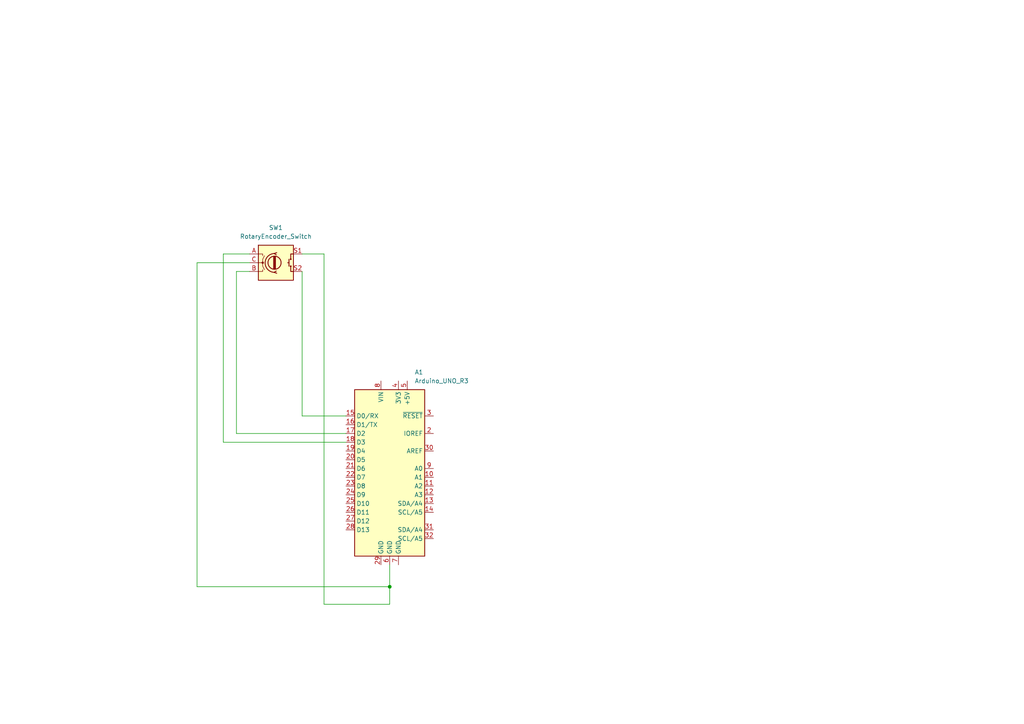
<source format=kicad_sch>
(kicad_sch (version 20250114) (generator "eeschema") (generator_version "9.0")
  (paper "A4")
  (lib_symbols
    (symbol "Device:RotaryEncoder_Switch" (pin_names (offset 0.254) (hide yes))
      (property "Reference" "SW" (at 0 6.604 0))
      (property "Value" "RotaryEncoder_Switch" (at 0 -6.604 0))
      (symbol "RotaryEncoder_Switch_0_1"
        (rectangle (start -5.08 5.08) (end 5.08 -5.08) (stroke (width 0.254)) (fill (type background)))
        (polyline (pts (xy -5.08 2.54) (xy -3.81 2.54) (xy -3.81 2.032)))
        (polyline (pts (xy -5.08 0) (xy -3.81 0) (xy -3.81 -1.016) (xy -3.302 -2.032)))
        (polyline (pts (xy -5.08 -2.54) (xy -3.81 -2.54) (xy -3.81 -2.032)))
        (polyline (pts (xy -4.318 0) (xy -3.81 0) (xy -3.81 1.016) (xy -3.302 2.032)))
        (circle (center -3.81 0) (radius 0.254) (fill (type outline)))
        (polyline (pts (xy -0.635 -1.778) (xy -0.635 1.778)) (stroke (width 0.254)))
        (circle (center -0.381 0) (radius 1.905) (stroke (width 0.254)))
        (polyline (pts (xy -0.381 -1.778) (xy -0.381 1.778)) (stroke (width 0.254)))
        (arc (start -0.381 -2.794) (mid -3.0988 -0.0635) (end -0.381 2.667) (stroke (width 0.254)))
        (polyline (pts (xy -0.127 1.778) (xy -0.127 -1.778)) (stroke (width 0.254)))
        (polyline (pts (xy 0.254 2.921) (xy -0.508 2.667) (xy 0.127 2.286)) (stroke (width 0.254)))
        (polyline (pts (xy 0.254 -3.048) (xy -0.508 -2.794) (xy 0.127 -2.413)) (stroke (width 0.254)))
        (polyline (pts (xy 3.81 1.016) (xy 3.81 -1.016)) (stroke (width 0.254)))
        (polyline (pts (xy 3.81 0) (xy 3.429 0)) (stroke (width 0.254)))
        (circle (center 4.318 1.016) (radius 0.127) (stroke (width 0.254)))
        (circle (center 4.318 -1.016) (radius 0.127) (stroke (width 0.254)))
        (polyline (pts (xy 5.08 2.54) (xy 4.318 2.54) (xy 4.318 1.016)) (stroke (width 0.254)))
        (polyline (pts (xy 5.08 -2.54) (xy 4.318 -2.54) (xy 4.318 -1.016)) (stroke (width 0.254)))
      )
      (symbol "RotaryEncoder_Switch_1_1"
        (pin passive line (at -7.62 2.54 0) (length 2.54) (name "A") (number "A"))
        (pin passive line (at -7.62 0 0) (length 2.54) (name "C") (number "C"))
        (pin passive line (at -7.62 -2.54 0) (length 2.54) (name "B") (number "B"))
        (pin passive line (at 7.62 2.54 180) (length 2.54) (name "S1") (number "S1"))
        (pin passive line (at 7.62 -2.54 180) (length 2.54) (name "S2") (number "S2"))
      )
    )
    (symbol "MCU_Module:Arduino_UNO_R3"
      (property "Reference" "A" (at -10.16 23.495 0))
      (property "Value" "Arduino_UNO_R3" (at 5.08 -26.67 0))
      (symbol "Arduino_UNO_R3_0_1"
        (rectangle (start -10.16 22.86) (end 10.16 -25.4) (stroke (width 0.254)) (fill (type background)))
      )
      (symbol "Arduino_UNO_R3_1_1"
        (pin bidirectional line (at -12.7 15.24 0) (length 2.54) (name "D0/RX") (number "15"))
        (pin bidirectional line (at -12.7 12.7 0) (length 2.54) (name "D1/TX") (number "16"))
        (pin bidirectional line (at -12.7 10.16 0) (length 2.54) (name "D2") (number "17"))
        (pin bidirectional line (at -12.7 7.62 0) (length 2.54) (name "D3") (number "18"))
        (pin bidirectional line (at -12.7 5.08 0) (length 2.54) (name "D4") (number "19"))
        (pin bidirectional line (at -12.7 2.54 0) (length 2.54) (name "D5") (number "20"))
        (pin bidirectional line (at -12.7 0 0) (length 2.54) (name "D6") (number "21"))
        (pin bidirectional line (at -12.7 -2.54 0) (length 2.54) (name "D7") (number "22"))
        (pin bidirectional line (at -12.7 -5.08 0) (length 2.54) (name "D8") (number "23"))
        (pin bidirectional line (at -12.7 -7.62 0) (length 2.54) (name "D9") (number "24"))
        (pin bidirectional line (at -12.7 -10.16 0) (length 2.54) (name "D10") (number "25"))
        (pin bidirectional line (at -12.7 -12.7 0) (length 2.54) (name "D11") (number "26"))
        (pin bidirectional line (at -12.7 -15.24 0) (length 2.54) (name "D12") (number "27"))
        (pin bidirectional line (at -12.7 -17.78 0) (length 2.54) (name "D13") (number "28"))
        (pin no_connect line (at -10.16 -20.32 0) (length 2.54) (hide yes) (name "NC") (number "1"))
        (pin power_in line (at -2.54 25.4 270) (length 2.54) (name "VIN") (number "8"))
        (pin power_in line (at -2.54 -27.94 90) (length 2.54) (name "GND") (number "29"))
        (pin power_in line (at 0 -27.94 90) (length 2.54) (name "GND") (number "6"))
        (pin power_out line (at 2.54 25.4 270) (length 2.54) (name "3V3") (number "4"))
        (pin power_in line (at 2.54 -27.94 90) (length 2.54) (name "GND") (number "7"))
        (pin power_out line (at 5.08 25.4 270) (length 2.54) (name "+5V") (number "5"))
        (pin input line (at 12.7 15.24 180) (length 2.54) (name "~{RESET}") (number "3"))
        (pin output line (at 12.7 10.16 180) (length 2.54) (name "IOREF") (number "2"))
        (pin input line (at 12.7 5.08 180) (length 2.54) (name "AREF") (number "30"))
        (pin bidirectional line (at 12.7 0 180) (length 2.54) (name "A0") (number "9"))
        (pin bidirectional line (at 12.7 -2.54 180) (length 2.54) (name "A1") (number "10"))
        (pin bidirectional line (at 12.7 -5.08 180) (length 2.54) (name "A2") (number "11"))
        (pin bidirectional line (at 12.7 -7.62 180) (length 2.54) (name "A3") (number "12"))
        (pin bidirectional line (at 12.7 -10.16 180) (length 2.54) (name "SDA/A4") (number "13"))
        (pin bidirectional line (at 12.7 -12.7 180) (length 2.54) (name "SCL/A5") (number "14"))
        (pin bidirectional line (at 12.7 -17.78 180) (length 2.54) (name "SDA/A4") (number "31"))
        (pin bidirectional line (at 12.7 -20.32 180) (length 2.54) (name "SCL/A5") (number "32"))
      )
    )
  )
  (junction (at 113.03 170.18))
  (wire (pts (xy 68.58 125.73) (xy 100.33 125.73)))
  (wire (pts (xy 87.63 120.65) (xy 100.33 120.65)))
  (wire (pts (xy 113.03 170.18) (xy 113.03 163.83)))
  (wire (pts (xy 68.58 78.74) (xy 68.58 125.73)))
  (wire (pts (xy 72.39 73.66) (xy 64.77 73.66)))
  (wire (pts (xy 64.77 73.66) (xy 64.77 128.27)))
  (wire (pts (xy 57.15 76.2) (xy 57.15 170.18)))
  (wire (pts (xy 93.98 175.26) (xy 113.03 175.26)))
  (wire (pts (xy 72.39 78.74) (xy 68.58 78.74)))
  (wire (pts (xy 57.15 170.18) (xy 113.03 170.18)))
  (wire (pts (xy 93.98 73.66) (xy 93.98 175.26)))
  (wire (pts (xy 113.03 175.26) (xy 113.03 170.18)))
  (wire (pts (xy 64.77 128.27) (xy 100.33 128.27)))
  (wire (pts (xy 87.63 78.74) (xy 87.63 120.65)))
  (wire (pts (xy 72.39 76.2) (xy 57.15 76.2)))
  (wire (pts (xy 87.63 73.66) (xy 93.98 73.66)))
  (symbol (lib_id "MCU_Module:Arduino_UNO_R3") (at 113.03 135.89 0) (unit 1)
    (property "Reference" "A1" (at 120.2533 107.95 0) (effects (justify left)))
    (property "Value" "Arduino_UNO_R3" (at 120.2533 110.49 0) (effects (justify left)))
    (property "Footprint" "Module:Arduino_UNO_R3" (effects (hide yes)))
    (property "Datasheet" "https://www.arduino.cc/en/Main/arduinoBoardUno" (effects (hide yes)))
    (property "Description" "Arduino UNO Microcontroller Module, release 3" (effects (hide yes)))
  )
  (symbol (lib_id "Device:RotaryEncoder_Switch") (at 80.01 76.2 0) (unit 1)
    (property "Reference" "SW1" (at 80.01 66.04 0))
    (property "Value" "RotaryEncoder_Switch" (at 80.01 68.58 0))
    (property "Description" "Rotary encoder, dual channel, incremental quadrate outputs, with switch" (effects (hide yes)))
  )
)
</source>
